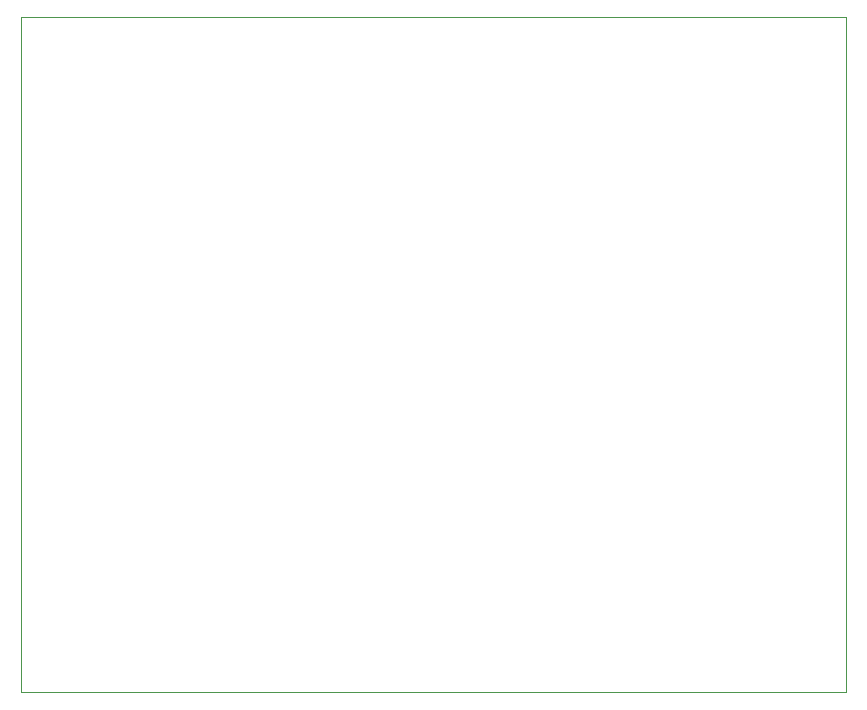
<source format=gbr>
G04 #@! TF.GenerationSoftware,KiCad,Pcbnew,(5.1.5)-3*
G04 #@! TF.CreationDate,2020-04-21T04:00:01+09:00*
G04 #@! TF.ProjectId,qqq,7171712e-6b69-4636-9164-5f7063625858,rev?*
G04 #@! TF.SameCoordinates,Original*
G04 #@! TF.FileFunction,Profile,NP*
%FSLAX46Y46*%
G04 Gerber Fmt 4.6, Leading zero omitted, Abs format (unit mm)*
G04 Created by KiCad (PCBNEW (5.1.5)-3) date 2020-04-21 04:00:01*
%MOMM*%
%LPD*%
G04 APERTURE LIST*
%ADD10C,0.100000*%
G04 APERTURE END LIST*
D10*
X69850000Y0D02*
X69850000Y-57150000D01*
X0Y0D02*
X69850000Y0D01*
X0Y-57150000D02*
X0Y0D01*
X69850000Y-57150000D02*
X0Y-57150000D01*
M02*

</source>
